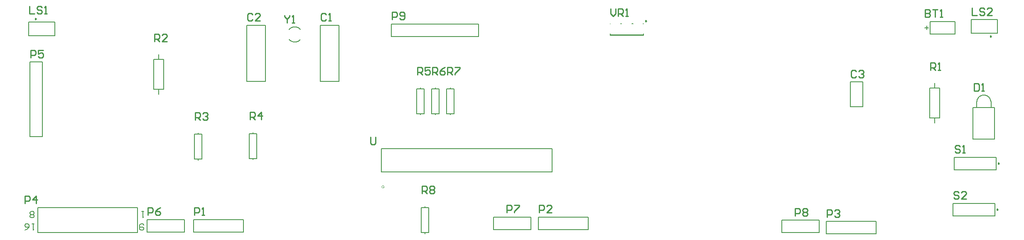
<source format=gto>
G04*
G04 #@! TF.GenerationSoftware,Altium Limited,Altium Designer,21.8.1 (53)*
G04*
G04 Layer_Color=65535*
%FSLAX25Y25*%
%MOIN*%
G70*
G04*
G04 #@! TF.SameCoordinates,5DBF864A-AE74-4F10-A55B-91717D6EB444*
G04*
G04*
G04 #@! TF.FilePolarity,Positive*
G04*
G01*
G75*
%ADD10C,0.00500*%
%ADD11C,0.00984*%
%ADD12C,0.00000*%
%ADD13C,0.00787*%
%ADD14C,0.00600*%
%ADD15C,0.00800*%
%ADD16C,0.00591*%
%ADD17C,0.01000*%
D10*
X787709Y119153D02*
X787622Y120145D01*
X787364Y121106D01*
X786944Y122008D01*
X786373Y122823D01*
X785670Y123527D01*
X784854Y124097D01*
X783953Y124518D01*
X782991Y124776D01*
X782000Y124862D01*
X781009Y124776D01*
X780048Y124518D01*
X779146Y124097D01*
X778331Y123527D01*
X777627Y122823D01*
X777056Y122008D01*
X776636Y121106D01*
X776378Y120145D01*
X776291Y119153D01*
X773339Y89626D02*
X790661D01*
X773339D02*
Y114823D01*
X790661D01*
Y89626D02*
Y114823D01*
X776291D02*
Y119153D01*
X787709Y114823D02*
Y119153D01*
D11*
X511150Y184299D02*
X510411Y184725D01*
Y183873D01*
X511150Y184299D01*
X787992Y171929D02*
X787254Y172355D01*
Y171503D01*
X787992Y171929D01*
X21492Y186071D02*
X20754Y186497D01*
Y185645D01*
X21492Y186071D01*
X794236Y70004D02*
X793498Y70430D01*
Y69578D01*
X794236Y70004D01*
X793236Y33004D02*
X792498Y33430D01*
Y32578D01*
X793236Y33004D01*
D12*
X300677Y51240D02*
X300177Y52106D01*
X299177D01*
X298677Y51240D01*
X299177Y50374D01*
X300177D01*
X300677Y51240D01*
D13*
X224452Y169476D02*
X225206Y168752D01*
X226073Y168167D01*
X227027Y167739D01*
X228039Y167480D01*
X229082Y167398D01*
X230123Y167494D01*
X231132Y167768D01*
X232080Y168209D01*
X232938Y168806D01*
X233682Y169540D01*
X233643Y177460D02*
X232899Y178194D01*
X232040Y178791D01*
X231093Y179232D01*
X230083Y179506D01*
X229042Y179602D01*
X228000Y179520D01*
X226987Y179261D01*
X226033Y178833D01*
X225167Y178248D01*
X224412Y177524D01*
X508689Y182331D02*
X508886D01*
X482114D02*
X482311D01*
X490579D02*
X491366D01*
X499634D02*
X500421D01*
X482114Y173236D02*
X508886D01*
X482114Y172882D02*
X508886D01*
Y174063D01*
X482114Y172882D02*
Y174063D01*
X675000Y115500D02*
Y135500D01*
Y115500D02*
X685000D01*
Y135500D01*
X675000D02*
X685000D01*
X147997Y15000D02*
Y25000D01*
X187997D01*
X147997Y15000D02*
X187997D01*
Y25000D01*
X620000Y24500D02*
X650000D01*
X620000Y14500D02*
Y24500D01*
Y14500D02*
X650000D01*
Y24500D01*
X388500Y27000D02*
X418500D01*
X388500Y17000D02*
Y27000D01*
Y17000D02*
X418500D01*
Y27000D01*
X110500Y25000D02*
X140500D01*
X110500Y15000D02*
Y25000D01*
Y15000D02*
X140500D01*
Y25000D01*
X738500Y130500D02*
X746500D01*
Y106500D02*
Y130500D01*
X738500Y106500D02*
X746500D01*
X738500D02*
Y130500D01*
X742500D02*
Y134500D01*
Y102500D02*
Y106500D01*
X148500Y93500D02*
X151500D01*
X148500Y73500D02*
Y93500D01*
Y73500D02*
X154500D01*
Y93500D01*
X151500D02*
X154500D01*
X151500Y72600D02*
Y73500D01*
Y93500D02*
Y94400D01*
X195500Y74000D02*
X198500D01*
Y94000D01*
X192500D02*
X198500D01*
X192500Y74000D02*
Y94000D01*
Y74000D02*
X195500D01*
Y94000D02*
Y94900D01*
Y73100D02*
Y74000D01*
X464500Y17000D02*
Y27000D01*
X424500Y17000D02*
X464500D01*
X424500Y27000D02*
X464500D01*
X424500Y17000D02*
Y27000D01*
X771988Y185512D02*
X793012D01*
X771988Y174488D02*
X793012D01*
X771988D02*
Y185512D01*
X793012Y174488D02*
Y185512D01*
X15488Y172488D02*
X36512D01*
X15488Y183512D02*
X36512D01*
Y172488D02*
Y183512D01*
X15488Y172488D02*
Y183512D01*
X23000Y14500D02*
X103000D01*
X23000Y34500D02*
X103000D01*
X23000Y14500D02*
Y34500D01*
X103000Y14500D02*
Y34500D01*
X695500Y13500D02*
Y23500D01*
X655500Y13500D02*
X695500D01*
X655500Y23500D02*
X695500D01*
X655500Y13500D02*
Y23500D01*
X739000Y184000D02*
X759000D01*
X739000Y174000D02*
Y184000D01*
Y174000D02*
X759000D01*
Y184000D01*
X758150Y65000D02*
X791850D01*
X758150D02*
Y75000D01*
X791850D01*
Y65000D02*
Y75000D01*
X16500Y151500D02*
X26500D01*
X16500Y91500D02*
X26500D01*
X16500D02*
Y151500D01*
X26500Y91500D02*
Y151500D01*
X757150Y28000D02*
X790850D01*
X757150D02*
Y38000D01*
X790850D01*
Y28000D02*
Y38000D01*
X306500Y172000D02*
X376500D01*
Y182000D01*
X306500D02*
X376500D01*
X306500Y172000D02*
Y182000D01*
X249500Y181000D02*
X264500D01*
Y136000D02*
Y181000D01*
X249500Y136000D02*
X264500D01*
X249500D02*
Y181000D01*
X330500Y34500D02*
X333500D01*
X330500Y14500D02*
Y34500D01*
Y14500D02*
X336500D01*
Y34500D01*
X333500D02*
X336500D01*
X333500Y13600D02*
Y14500D01*
Y34500D02*
Y35400D01*
X190500Y181000D02*
X205500D01*
Y136000D02*
Y181000D01*
X190500Y136000D02*
X205500D01*
X190500D02*
Y181000D01*
X116000Y129500D02*
X124000D01*
X116000D02*
Y153500D01*
X124000D01*
Y129500D02*
Y153500D01*
X120000Y125500D02*
Y129500D01*
Y153500D02*
Y157500D01*
X354000Y110000D02*
X357000D01*
Y130000D01*
X351000D02*
X357000D01*
X351000Y110000D02*
Y130000D01*
Y110000D02*
X354000D01*
Y130000D02*
Y130900D01*
Y109100D02*
Y110000D01*
X342000D02*
X345000D01*
Y130000D01*
X339000D02*
X345000D01*
X339000Y110000D02*
Y130000D01*
Y110000D02*
X342000D01*
Y130000D02*
Y130900D01*
Y109100D02*
Y110000D01*
X330000D02*
X333000D01*
Y130000D01*
X327000D02*
X333000D01*
X327000Y110000D02*
Y130000D01*
Y110000D02*
X330000D01*
Y130000D02*
Y130900D01*
Y109100D02*
Y110000D01*
D14*
X298496Y63130D02*
Y81870D01*
X435504Y63130D02*
Y81870D01*
X298496Y63130D02*
X435504D01*
X298496Y81870D02*
X435504D01*
D15*
X20000Y21500D02*
X18334D01*
X19167D01*
Y16502D01*
X20000Y17335D01*
X12502Y16502D02*
X14168Y17335D01*
X15835Y19001D01*
Y20667D01*
X15002Y21500D01*
X13336D01*
X12502Y20667D01*
Y19834D01*
X13336Y19001D01*
X15835D01*
X20000Y27335D02*
X19167Y26502D01*
X17501D01*
X16668Y27335D01*
Y28168D01*
X17501Y29001D01*
X16668Y29834D01*
Y30667D01*
X17501Y31500D01*
X19167D01*
X20000Y30667D01*
Y29834D01*
X19167Y29001D01*
X20000Y28168D01*
Y27335D01*
X19167Y29001D02*
X17501D01*
X108000Y31500D02*
X106334D01*
X107167D01*
Y26502D01*
X108000Y27335D01*
Y20667D02*
X107167Y21500D01*
X105501D01*
X104668Y20667D01*
Y17335D01*
X105501Y16502D01*
X107167D01*
X108000Y17335D01*
Y18168D01*
X107167Y19001D01*
X104668D01*
D16*
X734551Y178991D02*
X737569D01*
X736060Y180500D02*
Y177483D01*
D17*
X220900Y188998D02*
Y187998D01*
X222899Y185999D01*
X224899Y187998D01*
Y188998D01*
X222899Y185999D02*
Y183000D01*
X226898D02*
X228897D01*
X227898D01*
Y188998D01*
X226898Y187998D01*
X482700Y194298D02*
Y190299D01*
X484699Y188300D01*
X486699Y190299D01*
Y194298D01*
X488698Y188300D02*
Y194298D01*
X491697D01*
X492697Y193298D01*
Y191299D01*
X491697Y190299D01*
X488698D01*
X490697D02*
X492697Y188300D01*
X494696D02*
X496696D01*
X495696D01*
Y194298D01*
X494696Y193298D01*
X290000Y91298D02*
Y86300D01*
X291000Y85300D01*
X292999D01*
X293999Y86300D01*
Y91298D01*
X761799Y46398D02*
X760799Y47398D01*
X758800D01*
X757800Y46398D01*
Y45399D01*
X758800Y44399D01*
X760799D01*
X761799Y43399D01*
Y42400D01*
X760799Y41400D01*
X758800D01*
X757800Y42400D01*
X767797Y41400D02*
X763798D01*
X767797Y45399D01*
Y46398D01*
X766797Y47398D01*
X764798D01*
X763798Y46398D01*
X762799Y83398D02*
X761799Y84398D01*
X759800D01*
X758800Y83398D01*
Y82399D01*
X759800Y81399D01*
X761799D01*
X762799Y80399D01*
Y79400D01*
X761799Y78400D01*
X759800D01*
X758800Y79400D01*
X764798Y78400D02*
X766797D01*
X765798D01*
Y84398D01*
X764798Y83398D01*
X331100Y45700D02*
Y51698D01*
X334099D01*
X335099Y50698D01*
Y48699D01*
X334099Y47699D01*
X331100D01*
X333099D02*
X335099Y45700D01*
X337098Y50698D02*
X338098Y51698D01*
X340097D01*
X341097Y50698D01*
Y49699D01*
X340097Y48699D01*
X341097Y47699D01*
Y46700D01*
X340097Y45700D01*
X338098D01*
X337098Y46700D01*
Y47699D01*
X338098Y48699D01*
X337098Y49699D01*
Y50698D01*
X338098Y48699D02*
X340097D01*
X351600Y141200D02*
Y147198D01*
X354599D01*
X355599Y146198D01*
Y144199D01*
X354599Y143199D01*
X351600D01*
X353599D02*
X355599Y141200D01*
X357598Y147198D02*
X361597D01*
Y146198D01*
X357598Y142200D01*
Y141200D01*
X339600D02*
Y147198D01*
X342599D01*
X343599Y146198D01*
Y144199D01*
X342599Y143199D01*
X339600D01*
X341599D02*
X343599Y141200D01*
X349597Y147198D02*
X347597Y146198D01*
X345598Y144199D01*
Y142200D01*
X346598Y141200D01*
X348597D01*
X349597Y142200D01*
Y143199D01*
X348597Y144199D01*
X345598D01*
X327600Y141200D02*
Y147198D01*
X330599D01*
X331599Y146198D01*
Y144199D01*
X330599Y143199D01*
X327600D01*
X329599D02*
X331599Y141200D01*
X337597Y147198D02*
X333598D01*
Y144199D01*
X335597Y145199D01*
X336597D01*
X337597Y144199D01*
Y142200D01*
X336597Y141200D01*
X334598D01*
X333598Y142200D01*
X193100Y105200D02*
Y111198D01*
X196099D01*
X197099Y110198D01*
Y108199D01*
X196099Y107199D01*
X193100D01*
X195099D02*
X197099Y105200D01*
X202097D02*
Y111198D01*
X199098Y108199D01*
X203097D01*
X149100Y104700D02*
Y110698D01*
X152099D01*
X153099Y109698D01*
Y107699D01*
X152099Y106699D01*
X149100D01*
X151099D02*
X153099Y104700D01*
X155098Y109698D02*
X156098Y110698D01*
X158097D01*
X159097Y109698D01*
Y108699D01*
X158097Y107699D01*
X157097D01*
X158097D01*
X159097Y106699D01*
Y105700D01*
X158097Y104700D01*
X156098D01*
X155098Y105700D01*
X116600Y167700D02*
Y173698D01*
X119599D01*
X120599Y172698D01*
Y170699D01*
X119599Y169699D01*
X116600D01*
X118599D02*
X120599Y167700D01*
X126597D02*
X122598D01*
X126597Y171699D01*
Y172698D01*
X125597Y173698D01*
X123598D01*
X122598Y172698D01*
X739100Y144700D02*
Y150698D01*
X742099D01*
X743099Y149698D01*
Y147699D01*
X742099Y146699D01*
X739100D01*
X741099D02*
X743099Y144700D01*
X745098D02*
X747097D01*
X746098D01*
Y150698D01*
X745098Y149698D01*
X307100Y185400D02*
Y191398D01*
X310099D01*
X311099Y190398D01*
Y188399D01*
X310099Y187399D01*
X307100D01*
X313098Y186400D02*
X314098Y185400D01*
X316097D01*
X317097Y186400D01*
Y190398D01*
X316097Y191398D01*
X314098D01*
X313098Y190398D01*
Y189399D01*
X314098Y188399D01*
X317097D01*
X630600Y27900D02*
Y33898D01*
X633599D01*
X634599Y32898D01*
Y30899D01*
X633599Y29899D01*
X630600D01*
X636598Y32898D02*
X637598Y33898D01*
X639597D01*
X640597Y32898D01*
Y31899D01*
X639597Y30899D01*
X640597Y29899D01*
Y28900D01*
X639597Y27900D01*
X637598D01*
X636598Y28900D01*
Y29899D01*
X637598Y30899D01*
X636598Y31899D01*
Y32898D01*
X637598Y30899D02*
X639597D01*
X399100Y30400D02*
Y36398D01*
X402099D01*
X403099Y35398D01*
Y33399D01*
X402099Y32399D01*
X399100D01*
X405098Y36398D02*
X409097D01*
Y35398D01*
X405098Y31400D01*
Y30400D01*
X111100Y28400D02*
Y34398D01*
X114099D01*
X115099Y33398D01*
Y31399D01*
X114099Y30399D01*
X111100D01*
X121097Y34398D02*
X119097Y33398D01*
X117098Y31399D01*
Y29400D01*
X118098Y28400D01*
X120097D01*
X121097Y29400D01*
Y30399D01*
X120097Y31399D01*
X117098D01*
X17100Y154900D02*
Y160898D01*
X20099D01*
X21099Y159898D01*
Y157899D01*
X20099Y156899D01*
X17100D01*
X27097Y160898D02*
X23098D01*
Y157899D01*
X25097Y158899D01*
X26097D01*
X27097Y157899D01*
Y155900D01*
X26097Y154900D01*
X24098D01*
X23098Y155900D01*
X12700Y37900D02*
Y43898D01*
X15699D01*
X16699Y42898D01*
Y40899D01*
X15699Y39899D01*
X12700D01*
X21697Y37900D02*
Y43898D01*
X18698Y40899D01*
X22697D01*
X656100Y26900D02*
Y32898D01*
X659099D01*
X660099Y31898D01*
Y29899D01*
X659099Y28899D01*
X656100D01*
X662098Y31898D02*
X663098Y32898D01*
X665097D01*
X666097Y31898D01*
Y30899D01*
X665097Y29899D01*
X664097D01*
X665097D01*
X666097Y28899D01*
Y27900D01*
X665097Y26900D01*
X663098D01*
X662098Y27900D01*
X425100Y30400D02*
Y36398D01*
X428099D01*
X429099Y35398D01*
Y33399D01*
X428099Y32399D01*
X425100D01*
X435097Y30400D02*
X431098D01*
X435097Y34399D01*
Y35398D01*
X434097Y36398D01*
X432098D01*
X431098Y35398D01*
X148600Y28400D02*
Y34398D01*
X151599D01*
X152599Y33398D01*
Y31399D01*
X151599Y30399D01*
X148600D01*
X154598Y28400D02*
X156597D01*
X155598D01*
Y34398D01*
X154598Y33398D01*
X772600Y194898D02*
Y188900D01*
X776599D01*
X782597Y193898D02*
X781597Y194898D01*
X779598D01*
X778598Y193898D01*
Y192899D01*
X779598Y191899D01*
X781597D01*
X782597Y190899D01*
Y189900D01*
X781597Y188900D01*
X779598D01*
X778598Y189900D01*
X788595Y188900D02*
X784596D01*
X788595Y192899D01*
Y193898D01*
X787595Y194898D01*
X785596D01*
X784596Y193898D01*
X16100Y196098D02*
Y190100D01*
X20099D01*
X26097Y195098D02*
X25097Y196098D01*
X23098D01*
X22098Y195098D01*
Y194099D01*
X23098Y193099D01*
X25097D01*
X26097Y192099D01*
Y191100D01*
X25097Y190100D01*
X23098D01*
X22098Y191100D01*
X28096Y190100D02*
X30095D01*
X29096D01*
Y196098D01*
X28096Y195098D01*
X774100Y134098D02*
Y128100D01*
X777099D01*
X778099Y129100D01*
Y133098D01*
X777099Y134098D01*
X774100D01*
X780098Y128100D02*
X782097D01*
X781098D01*
Y134098D01*
X780098Y133098D01*
X679599Y143898D02*
X678599Y144898D01*
X676600D01*
X675600Y143898D01*
Y139900D01*
X676600Y138900D01*
X678599D01*
X679599Y139900D01*
X681598Y143898D02*
X682598Y144898D01*
X684597D01*
X685597Y143898D01*
Y142899D01*
X684597Y141899D01*
X683597D01*
X684597D01*
X685597Y140899D01*
Y139900D01*
X684597Y138900D01*
X682598D01*
X681598Y139900D01*
X195099Y189398D02*
X194099Y190398D01*
X192100D01*
X191100Y189398D01*
Y185400D01*
X192100Y184400D01*
X194099D01*
X195099Y185400D01*
X201097Y184400D02*
X197098D01*
X201097Y188399D01*
Y189398D01*
X200097Y190398D01*
X198098D01*
X197098Y189398D01*
X254099D02*
X253099Y190398D01*
X251100D01*
X250100Y189398D01*
Y185400D01*
X251100Y184400D01*
X253099D01*
X254099Y185400D01*
X256098Y184400D02*
X258097D01*
X257098D01*
Y190398D01*
X256098Y189398D01*
X735000Y193398D02*
Y187400D01*
X737999D01*
X738999Y188400D01*
Y189399D01*
X737999Y190399D01*
X735000D01*
X737999D01*
X738999Y191399D01*
Y192398D01*
X737999Y193398D01*
X735000D01*
X740998D02*
X744997D01*
X742997D01*
Y187400D01*
X746996D02*
X748995D01*
X747996D01*
Y193398D01*
X746996Y192398D01*
M02*

</source>
